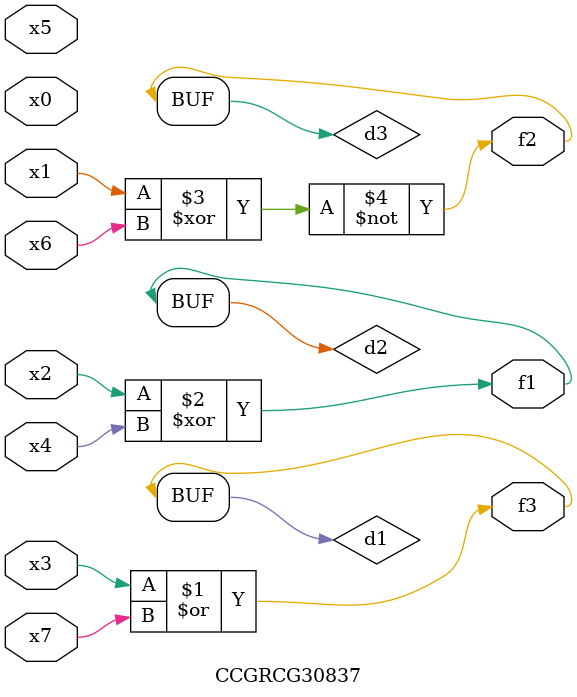
<source format=v>
module CCGRCG30837(
	input x0, x1, x2, x3, x4, x5, x6, x7,
	output f1, f2, f3
);

	wire d1, d2, d3;

	or (d1, x3, x7);
	xor (d2, x2, x4);
	xnor (d3, x1, x6);
	assign f1 = d2;
	assign f2 = d3;
	assign f3 = d1;
endmodule

</source>
